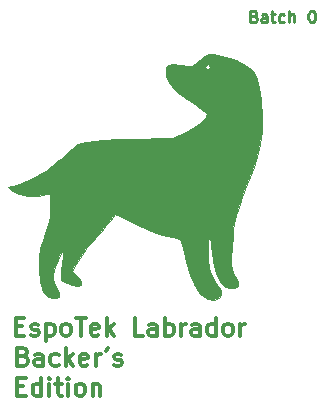
<source format=gbr>
G04 #@! TF.FileFunction,Legend,Bot*
%FSLAX46Y46*%
G04 Gerber Fmt 4.6, Leading zero omitted, Abs format (unit mm)*
G04 Created by KiCad (PCBNEW 4.0.4-stable) date 11/23/16 17:15:38*
%MOMM*%
%LPD*%
G01*
G04 APERTURE LIST*
%ADD10C,0.100000*%
%ADD11C,0.250000*%
%ADD12C,0.300000*%
%ADD13C,0.010000*%
G04 APERTURE END LIST*
D10*
D11*
X96985438Y-99801371D02*
X97128295Y-99848990D01*
X97175914Y-99896610D01*
X97223533Y-99991848D01*
X97223533Y-100134705D01*
X97175914Y-100229943D01*
X97128295Y-100277562D01*
X97033057Y-100325181D01*
X96652104Y-100325181D01*
X96652104Y-99325181D01*
X96985438Y-99325181D01*
X97080676Y-99372800D01*
X97128295Y-99420419D01*
X97175914Y-99515657D01*
X97175914Y-99610895D01*
X97128295Y-99706133D01*
X97080676Y-99753752D01*
X96985438Y-99801371D01*
X96652104Y-99801371D01*
X98080676Y-100325181D02*
X98080676Y-99801371D01*
X98033057Y-99706133D01*
X97937819Y-99658514D01*
X97747342Y-99658514D01*
X97652104Y-99706133D01*
X98080676Y-100277562D02*
X97985438Y-100325181D01*
X97747342Y-100325181D01*
X97652104Y-100277562D01*
X97604485Y-100182324D01*
X97604485Y-100087086D01*
X97652104Y-99991848D01*
X97747342Y-99944229D01*
X97985438Y-99944229D01*
X98080676Y-99896610D01*
X98414009Y-99658514D02*
X98794961Y-99658514D01*
X98556866Y-99325181D02*
X98556866Y-100182324D01*
X98604485Y-100277562D01*
X98699723Y-100325181D01*
X98794961Y-100325181D01*
X99556867Y-100277562D02*
X99461629Y-100325181D01*
X99271152Y-100325181D01*
X99175914Y-100277562D01*
X99128295Y-100229943D01*
X99080676Y-100134705D01*
X99080676Y-99848990D01*
X99128295Y-99753752D01*
X99175914Y-99706133D01*
X99271152Y-99658514D01*
X99461629Y-99658514D01*
X99556867Y-99706133D01*
X99985438Y-100325181D02*
X99985438Y-99325181D01*
X100414010Y-100325181D02*
X100414010Y-99801371D01*
X100366391Y-99706133D01*
X100271153Y-99658514D01*
X100128295Y-99658514D01*
X100033057Y-99706133D01*
X99985438Y-99753752D01*
X101842581Y-99325181D02*
X101937820Y-99325181D01*
X102033058Y-99372800D01*
X102080677Y-99420419D01*
X102128296Y-99515657D01*
X102175915Y-99706133D01*
X102175915Y-99944229D01*
X102128296Y-100134705D01*
X102080677Y-100229943D01*
X102033058Y-100277562D01*
X101937820Y-100325181D01*
X101842581Y-100325181D01*
X101747343Y-100277562D01*
X101699724Y-100229943D01*
X101652105Y-100134705D01*
X101604486Y-99944229D01*
X101604486Y-99706133D01*
X101652105Y-99515657D01*
X101699724Y-99420419D01*
X101747343Y-99372800D01*
X101842581Y-99325181D01*
D12*
X76967200Y-131134657D02*
X77467200Y-131134657D01*
X77681486Y-131920371D02*
X76967200Y-131920371D01*
X76967200Y-130420371D01*
X77681486Y-130420371D01*
X78967200Y-131920371D02*
X78967200Y-130420371D01*
X78967200Y-131848943D02*
X78824343Y-131920371D01*
X78538629Y-131920371D01*
X78395771Y-131848943D01*
X78324343Y-131777514D01*
X78252914Y-131634657D01*
X78252914Y-131206086D01*
X78324343Y-131063229D01*
X78395771Y-130991800D01*
X78538629Y-130920371D01*
X78824343Y-130920371D01*
X78967200Y-130991800D01*
X79681486Y-131920371D02*
X79681486Y-130920371D01*
X79681486Y-130420371D02*
X79610057Y-130491800D01*
X79681486Y-130563229D01*
X79752914Y-130491800D01*
X79681486Y-130420371D01*
X79681486Y-130563229D01*
X80181486Y-130920371D02*
X80752915Y-130920371D01*
X80395772Y-130420371D02*
X80395772Y-131706086D01*
X80467200Y-131848943D01*
X80610058Y-131920371D01*
X80752915Y-131920371D01*
X81252915Y-131920371D02*
X81252915Y-130920371D01*
X81252915Y-130420371D02*
X81181486Y-130491800D01*
X81252915Y-130563229D01*
X81324343Y-130491800D01*
X81252915Y-130420371D01*
X81252915Y-130563229D01*
X82181487Y-131920371D02*
X82038629Y-131848943D01*
X81967201Y-131777514D01*
X81895772Y-131634657D01*
X81895772Y-131206086D01*
X81967201Y-131063229D01*
X82038629Y-130991800D01*
X82181487Y-130920371D01*
X82395772Y-130920371D01*
X82538629Y-130991800D01*
X82610058Y-131063229D01*
X82681487Y-131206086D01*
X82681487Y-131634657D01*
X82610058Y-131777514D01*
X82538629Y-131848943D01*
X82395772Y-131920371D01*
X82181487Y-131920371D01*
X83324344Y-130920371D02*
X83324344Y-131920371D01*
X83324344Y-131063229D02*
X83395772Y-130991800D01*
X83538630Y-130920371D01*
X83752915Y-130920371D01*
X83895772Y-130991800D01*
X83967201Y-131134657D01*
X83967201Y-131920371D01*
X77463343Y-128594657D02*
X77677629Y-128666086D01*
X77749057Y-128737514D01*
X77820486Y-128880371D01*
X77820486Y-129094657D01*
X77749057Y-129237514D01*
X77677629Y-129308943D01*
X77534771Y-129380371D01*
X76963343Y-129380371D01*
X76963343Y-127880371D01*
X77463343Y-127880371D01*
X77606200Y-127951800D01*
X77677629Y-128023229D01*
X77749057Y-128166086D01*
X77749057Y-128308943D01*
X77677629Y-128451800D01*
X77606200Y-128523229D01*
X77463343Y-128594657D01*
X76963343Y-128594657D01*
X79106200Y-129380371D02*
X79106200Y-128594657D01*
X79034771Y-128451800D01*
X78891914Y-128380371D01*
X78606200Y-128380371D01*
X78463343Y-128451800D01*
X79106200Y-129308943D02*
X78963343Y-129380371D01*
X78606200Y-129380371D01*
X78463343Y-129308943D01*
X78391914Y-129166086D01*
X78391914Y-129023229D01*
X78463343Y-128880371D01*
X78606200Y-128808943D01*
X78963343Y-128808943D01*
X79106200Y-128737514D01*
X80463343Y-129308943D02*
X80320486Y-129380371D01*
X80034772Y-129380371D01*
X79891914Y-129308943D01*
X79820486Y-129237514D01*
X79749057Y-129094657D01*
X79749057Y-128666086D01*
X79820486Y-128523229D01*
X79891914Y-128451800D01*
X80034772Y-128380371D01*
X80320486Y-128380371D01*
X80463343Y-128451800D01*
X81106200Y-129380371D02*
X81106200Y-127880371D01*
X81249057Y-128808943D02*
X81677628Y-129380371D01*
X81677628Y-128380371D02*
X81106200Y-128951800D01*
X82891914Y-129308943D02*
X82749057Y-129380371D01*
X82463343Y-129380371D01*
X82320486Y-129308943D01*
X82249057Y-129166086D01*
X82249057Y-128594657D01*
X82320486Y-128451800D01*
X82463343Y-128380371D01*
X82749057Y-128380371D01*
X82891914Y-128451800D01*
X82963343Y-128594657D01*
X82963343Y-128737514D01*
X82249057Y-128880371D01*
X83606200Y-129380371D02*
X83606200Y-128380371D01*
X83606200Y-128666086D02*
X83677628Y-128523229D01*
X83749057Y-128451800D01*
X83891914Y-128380371D01*
X84034771Y-128380371D01*
X84606199Y-127880371D02*
X84463342Y-128166086D01*
X85177628Y-129308943D02*
X85320485Y-129380371D01*
X85606200Y-129380371D01*
X85749057Y-129308943D01*
X85820485Y-129166086D01*
X85820485Y-129094657D01*
X85749057Y-128951800D01*
X85606200Y-128880371D01*
X85391914Y-128880371D01*
X85249057Y-128808943D01*
X85177628Y-128666086D01*
X85177628Y-128594657D01*
X85249057Y-128451800D01*
X85391914Y-128380371D01*
X85606200Y-128380371D01*
X85749057Y-128451800D01*
X76829057Y-126054657D02*
X77329057Y-126054657D01*
X77543343Y-126840371D02*
X76829057Y-126840371D01*
X76829057Y-125340371D01*
X77543343Y-125340371D01*
X78114771Y-126768943D02*
X78257628Y-126840371D01*
X78543343Y-126840371D01*
X78686200Y-126768943D01*
X78757628Y-126626086D01*
X78757628Y-126554657D01*
X78686200Y-126411800D01*
X78543343Y-126340371D01*
X78329057Y-126340371D01*
X78186200Y-126268943D01*
X78114771Y-126126086D01*
X78114771Y-126054657D01*
X78186200Y-125911800D01*
X78329057Y-125840371D01*
X78543343Y-125840371D01*
X78686200Y-125911800D01*
X79400486Y-125840371D02*
X79400486Y-127340371D01*
X79400486Y-125911800D02*
X79543343Y-125840371D01*
X79829057Y-125840371D01*
X79971914Y-125911800D01*
X80043343Y-125983229D01*
X80114772Y-126126086D01*
X80114772Y-126554657D01*
X80043343Y-126697514D01*
X79971914Y-126768943D01*
X79829057Y-126840371D01*
X79543343Y-126840371D01*
X79400486Y-126768943D01*
X80971915Y-126840371D02*
X80829057Y-126768943D01*
X80757629Y-126697514D01*
X80686200Y-126554657D01*
X80686200Y-126126086D01*
X80757629Y-125983229D01*
X80829057Y-125911800D01*
X80971915Y-125840371D01*
X81186200Y-125840371D01*
X81329057Y-125911800D01*
X81400486Y-125983229D01*
X81471915Y-126126086D01*
X81471915Y-126554657D01*
X81400486Y-126697514D01*
X81329057Y-126768943D01*
X81186200Y-126840371D01*
X80971915Y-126840371D01*
X81900486Y-125340371D02*
X82757629Y-125340371D01*
X82329058Y-126840371D02*
X82329058Y-125340371D01*
X83829057Y-126768943D02*
X83686200Y-126840371D01*
X83400486Y-126840371D01*
X83257629Y-126768943D01*
X83186200Y-126626086D01*
X83186200Y-126054657D01*
X83257629Y-125911800D01*
X83400486Y-125840371D01*
X83686200Y-125840371D01*
X83829057Y-125911800D01*
X83900486Y-126054657D01*
X83900486Y-126197514D01*
X83186200Y-126340371D01*
X84543343Y-126840371D02*
X84543343Y-125340371D01*
X84686200Y-126268943D02*
X85114771Y-126840371D01*
X85114771Y-125840371D02*
X84543343Y-126411800D01*
X87614772Y-126840371D02*
X86900486Y-126840371D01*
X86900486Y-125340371D01*
X88757629Y-126840371D02*
X88757629Y-126054657D01*
X88686200Y-125911800D01*
X88543343Y-125840371D01*
X88257629Y-125840371D01*
X88114772Y-125911800D01*
X88757629Y-126768943D02*
X88614772Y-126840371D01*
X88257629Y-126840371D01*
X88114772Y-126768943D01*
X88043343Y-126626086D01*
X88043343Y-126483229D01*
X88114772Y-126340371D01*
X88257629Y-126268943D01*
X88614772Y-126268943D01*
X88757629Y-126197514D01*
X89471915Y-126840371D02*
X89471915Y-125340371D01*
X89471915Y-125911800D02*
X89614772Y-125840371D01*
X89900486Y-125840371D01*
X90043343Y-125911800D01*
X90114772Y-125983229D01*
X90186201Y-126126086D01*
X90186201Y-126554657D01*
X90114772Y-126697514D01*
X90043343Y-126768943D01*
X89900486Y-126840371D01*
X89614772Y-126840371D01*
X89471915Y-126768943D01*
X90829058Y-126840371D02*
X90829058Y-125840371D01*
X90829058Y-126126086D02*
X90900486Y-125983229D01*
X90971915Y-125911800D01*
X91114772Y-125840371D01*
X91257629Y-125840371D01*
X92400486Y-126840371D02*
X92400486Y-126054657D01*
X92329057Y-125911800D01*
X92186200Y-125840371D01*
X91900486Y-125840371D01*
X91757629Y-125911800D01*
X92400486Y-126768943D02*
X92257629Y-126840371D01*
X91900486Y-126840371D01*
X91757629Y-126768943D01*
X91686200Y-126626086D01*
X91686200Y-126483229D01*
X91757629Y-126340371D01*
X91900486Y-126268943D01*
X92257629Y-126268943D01*
X92400486Y-126197514D01*
X93757629Y-126840371D02*
X93757629Y-125340371D01*
X93757629Y-126768943D02*
X93614772Y-126840371D01*
X93329058Y-126840371D01*
X93186200Y-126768943D01*
X93114772Y-126697514D01*
X93043343Y-126554657D01*
X93043343Y-126126086D01*
X93114772Y-125983229D01*
X93186200Y-125911800D01*
X93329058Y-125840371D01*
X93614772Y-125840371D01*
X93757629Y-125911800D01*
X94686201Y-126840371D02*
X94543343Y-126768943D01*
X94471915Y-126697514D01*
X94400486Y-126554657D01*
X94400486Y-126126086D01*
X94471915Y-125983229D01*
X94543343Y-125911800D01*
X94686201Y-125840371D01*
X94900486Y-125840371D01*
X95043343Y-125911800D01*
X95114772Y-125983229D01*
X95186201Y-126126086D01*
X95186201Y-126554657D01*
X95114772Y-126697514D01*
X95043343Y-126768943D01*
X94900486Y-126840371D01*
X94686201Y-126840371D01*
X95829058Y-126840371D02*
X95829058Y-125840371D01*
X95829058Y-126126086D02*
X95900486Y-125983229D01*
X95971915Y-125911800D01*
X96114772Y-125840371D01*
X96257629Y-125840371D01*
D13*
G36*
X93882956Y-103050215D02*
X94658703Y-103230806D01*
X95465333Y-103540380D01*
X96206901Y-103930122D01*
X96787461Y-104351218D01*
X97066854Y-104670113D01*
X97261997Y-105147664D01*
X97444505Y-105888604D01*
X97596590Y-106819939D01*
X97603192Y-106871095D01*
X97702993Y-108246578D01*
X97636267Y-109608830D01*
X97391348Y-111029524D01*
X96956573Y-112580332D01*
X96437992Y-114031109D01*
X96021802Y-115122505D01*
X95712463Y-115976875D01*
X95491627Y-116669454D01*
X95340946Y-117275478D01*
X95242071Y-117870180D01*
X95176653Y-118528795D01*
X95126346Y-119326557D01*
X95120572Y-119432992D01*
X95080255Y-120266776D01*
X95071332Y-120839410D01*
X95102252Y-121225383D01*
X95181462Y-121499185D01*
X95317412Y-121735307D01*
X95393753Y-121841552D01*
X95657127Y-122321549D01*
X95623731Y-122644990D01*
X95294586Y-122809241D01*
X95009692Y-122830867D01*
X94509362Y-122741918D01*
X94173352Y-122431295D01*
X94162465Y-122414900D01*
X93945835Y-121950388D01*
X93730952Y-121271078D01*
X93547298Y-120497448D01*
X93424355Y-119749980D01*
X93389540Y-119256364D01*
X93348310Y-118850796D01*
X93249197Y-118635903D01*
X93218841Y-118625569D01*
X93113643Y-118777273D01*
X93061596Y-119175620D01*
X93060195Y-119735468D01*
X93106936Y-120371673D01*
X93199313Y-120999091D01*
X93301271Y-121427054D01*
X93511870Y-121978257D01*
X93765256Y-122429861D01*
X93890013Y-122577032D01*
X94208914Y-123005298D01*
X94238428Y-123386942D01*
X94025522Y-123668381D01*
X93617161Y-123796032D01*
X93060311Y-123716310D01*
X92932381Y-123669611D01*
X92447906Y-123310693D01*
X91988977Y-122656294D01*
X91575428Y-121747310D01*
X91227096Y-120624635D01*
X91038568Y-119765197D01*
X90919662Y-119167530D01*
X90807417Y-118821068D01*
X90648528Y-118645980D01*
X90389694Y-118562435D01*
X90214825Y-118531496D01*
X89584906Y-118403680D01*
X88953783Y-118220166D01*
X88237129Y-117950927D01*
X87350616Y-117565935D01*
X86826788Y-117325061D01*
X85228775Y-116581227D01*
X84808245Y-117120925D01*
X84496287Y-117503105D01*
X84044310Y-118034927D01*
X83537692Y-118616274D01*
X83412433Y-118757697D01*
X82896992Y-119367983D01*
X82414190Y-119991785D01*
X82053804Y-120512031D01*
X82002823Y-120595895D01*
X81568496Y-121337020D01*
X82043420Y-121832734D01*
X82337913Y-122191732D01*
X82387437Y-122425451D01*
X82322999Y-122523796D01*
X82039037Y-122606495D01*
X81596774Y-122558125D01*
X81129881Y-122414752D01*
X80772028Y-122212442D01*
X80664723Y-122076378D01*
X80642623Y-121797264D01*
X80673757Y-121301736D01*
X80739263Y-120782152D01*
X80815598Y-120225852D01*
X80854253Y-119820055D01*
X80848541Y-119660593D01*
X80740683Y-119739443D01*
X80564641Y-120045657D01*
X80361155Y-120488296D01*
X80170963Y-120976421D01*
X80034805Y-121419093D01*
X80010037Y-121532342D01*
X79982741Y-122084669D01*
X80164765Y-122604347D01*
X80250257Y-122756968D01*
X80484734Y-123250294D01*
X80469567Y-123541915D01*
X80197333Y-123663601D01*
X80036429Y-123671927D01*
X79518025Y-123556617D01*
X79162696Y-123190642D01*
X78945513Y-122543936D01*
X78906102Y-122308741D01*
X78783631Y-121187375D01*
X78781340Y-120268559D01*
X78909528Y-119436867D01*
X79178495Y-118576878D01*
X79257252Y-118373251D01*
X79557399Y-117520692D01*
X79713760Y-116780506D01*
X79761680Y-115980300D01*
X79761888Y-115911803D01*
X79753743Y-115294482D01*
X79717798Y-114950811D01*
X79636784Y-114818182D01*
X79493436Y-114833987D01*
X79467517Y-114844435D01*
X78705984Y-115038062D01*
X77874750Y-115050461D01*
X77099830Y-114892290D01*
X76533787Y-114596336D01*
X76150792Y-114286204D01*
X76905015Y-114085505D01*
X78116949Y-113626210D01*
X79347151Y-112910123D01*
X80497119Y-111995961D01*
X80646192Y-111855430D01*
X81142511Y-111380749D01*
X81558673Y-111014468D01*
X81948106Y-110741411D01*
X82364243Y-110546402D01*
X82860515Y-110414263D01*
X83490352Y-110329818D01*
X84307186Y-110277889D01*
X85364448Y-110243301D01*
X86410466Y-110218124D01*
X90115336Y-110130867D01*
X91210430Y-109591424D01*
X91822580Y-109257937D01*
X92363000Y-108908114D01*
X92705743Y-108625968D01*
X92962049Y-108325270D01*
X92998331Y-108127561D01*
X92833746Y-107899246D01*
X92813218Y-107876478D01*
X92526006Y-107633668D01*
X92044162Y-107297534D01*
X91467558Y-106937384D01*
X91417762Y-106908110D01*
X90483228Y-106251160D01*
X89856413Y-105558574D01*
X89549129Y-104845106D01*
X89518179Y-104535547D01*
X89567072Y-104135966D01*
X89619573Y-104075238D01*
X92882418Y-104075238D01*
X92967768Y-104284590D01*
X93063245Y-104295315D01*
X93237036Y-104121656D01*
X93244073Y-104075238D01*
X93113117Y-103878004D01*
X93063245Y-103855161D01*
X92909863Y-103936360D01*
X92882418Y-104075238D01*
X89619573Y-104075238D01*
X89752891Y-103921029D01*
X90134346Y-103865412D01*
X90770150Y-103943792D01*
X90855026Y-103958941D01*
X91372731Y-104037885D01*
X91719304Y-104010865D01*
X92041937Y-103837803D01*
X92424467Y-103531598D01*
X92866285Y-103189929D01*
X93209055Y-103034234D01*
X93596129Y-103017198D01*
X93882956Y-103050215D01*
X93882956Y-103050215D01*
G37*
X93882956Y-103050215D02*
X94658703Y-103230806D01*
X95465333Y-103540380D01*
X96206901Y-103930122D01*
X96787461Y-104351218D01*
X97066854Y-104670113D01*
X97261997Y-105147664D01*
X97444505Y-105888604D01*
X97596590Y-106819939D01*
X97603192Y-106871095D01*
X97702993Y-108246578D01*
X97636267Y-109608830D01*
X97391348Y-111029524D01*
X96956573Y-112580332D01*
X96437992Y-114031109D01*
X96021802Y-115122505D01*
X95712463Y-115976875D01*
X95491627Y-116669454D01*
X95340946Y-117275478D01*
X95242071Y-117870180D01*
X95176653Y-118528795D01*
X95126346Y-119326557D01*
X95120572Y-119432992D01*
X95080255Y-120266776D01*
X95071332Y-120839410D01*
X95102252Y-121225383D01*
X95181462Y-121499185D01*
X95317412Y-121735307D01*
X95393753Y-121841552D01*
X95657127Y-122321549D01*
X95623731Y-122644990D01*
X95294586Y-122809241D01*
X95009692Y-122830867D01*
X94509362Y-122741918D01*
X94173352Y-122431295D01*
X94162465Y-122414900D01*
X93945835Y-121950388D01*
X93730952Y-121271078D01*
X93547298Y-120497448D01*
X93424355Y-119749980D01*
X93389540Y-119256364D01*
X93348310Y-118850796D01*
X93249197Y-118635903D01*
X93218841Y-118625569D01*
X93113643Y-118777273D01*
X93061596Y-119175620D01*
X93060195Y-119735468D01*
X93106936Y-120371673D01*
X93199313Y-120999091D01*
X93301271Y-121427054D01*
X93511870Y-121978257D01*
X93765256Y-122429861D01*
X93890013Y-122577032D01*
X94208914Y-123005298D01*
X94238428Y-123386942D01*
X94025522Y-123668381D01*
X93617161Y-123796032D01*
X93060311Y-123716310D01*
X92932381Y-123669611D01*
X92447906Y-123310693D01*
X91988977Y-122656294D01*
X91575428Y-121747310D01*
X91227096Y-120624635D01*
X91038568Y-119765197D01*
X90919662Y-119167530D01*
X90807417Y-118821068D01*
X90648528Y-118645980D01*
X90389694Y-118562435D01*
X90214825Y-118531496D01*
X89584906Y-118403680D01*
X88953783Y-118220166D01*
X88237129Y-117950927D01*
X87350616Y-117565935D01*
X86826788Y-117325061D01*
X85228775Y-116581227D01*
X84808245Y-117120925D01*
X84496287Y-117503105D01*
X84044310Y-118034927D01*
X83537692Y-118616274D01*
X83412433Y-118757697D01*
X82896992Y-119367983D01*
X82414190Y-119991785D01*
X82053804Y-120512031D01*
X82002823Y-120595895D01*
X81568496Y-121337020D01*
X82043420Y-121832734D01*
X82337913Y-122191732D01*
X82387437Y-122425451D01*
X82322999Y-122523796D01*
X82039037Y-122606495D01*
X81596774Y-122558125D01*
X81129881Y-122414752D01*
X80772028Y-122212442D01*
X80664723Y-122076378D01*
X80642623Y-121797264D01*
X80673757Y-121301736D01*
X80739263Y-120782152D01*
X80815598Y-120225852D01*
X80854253Y-119820055D01*
X80848541Y-119660593D01*
X80740683Y-119739443D01*
X80564641Y-120045657D01*
X80361155Y-120488296D01*
X80170963Y-120976421D01*
X80034805Y-121419093D01*
X80010037Y-121532342D01*
X79982741Y-122084669D01*
X80164765Y-122604347D01*
X80250257Y-122756968D01*
X80484734Y-123250294D01*
X80469567Y-123541915D01*
X80197333Y-123663601D01*
X80036429Y-123671927D01*
X79518025Y-123556617D01*
X79162696Y-123190642D01*
X78945513Y-122543936D01*
X78906102Y-122308741D01*
X78783631Y-121187375D01*
X78781340Y-120268559D01*
X78909528Y-119436867D01*
X79178495Y-118576878D01*
X79257252Y-118373251D01*
X79557399Y-117520692D01*
X79713760Y-116780506D01*
X79761680Y-115980300D01*
X79761888Y-115911803D01*
X79753743Y-115294482D01*
X79717798Y-114950811D01*
X79636784Y-114818182D01*
X79493436Y-114833987D01*
X79467517Y-114844435D01*
X78705984Y-115038062D01*
X77874750Y-115050461D01*
X77099830Y-114892290D01*
X76533787Y-114596336D01*
X76150792Y-114286204D01*
X76905015Y-114085505D01*
X78116949Y-113626210D01*
X79347151Y-112910123D01*
X80497119Y-111995961D01*
X80646192Y-111855430D01*
X81142511Y-111380749D01*
X81558673Y-111014468D01*
X81948106Y-110741411D01*
X82364243Y-110546402D01*
X82860515Y-110414263D01*
X83490352Y-110329818D01*
X84307186Y-110277889D01*
X85364448Y-110243301D01*
X86410466Y-110218124D01*
X90115336Y-110130867D01*
X91210430Y-109591424D01*
X91822580Y-109257937D01*
X92363000Y-108908114D01*
X92705743Y-108625968D01*
X92962049Y-108325270D01*
X92998331Y-108127561D01*
X92833746Y-107899246D01*
X92813218Y-107876478D01*
X92526006Y-107633668D01*
X92044162Y-107297534D01*
X91467558Y-106937384D01*
X91417762Y-106908110D01*
X90483228Y-106251160D01*
X89856413Y-105558574D01*
X89549129Y-104845106D01*
X89518179Y-104535547D01*
X89567072Y-104135966D01*
X89619573Y-104075238D01*
X92882418Y-104075238D01*
X92967768Y-104284590D01*
X93063245Y-104295315D01*
X93237036Y-104121656D01*
X93244073Y-104075238D01*
X93113117Y-103878004D01*
X93063245Y-103855161D01*
X92909863Y-103936360D01*
X92882418Y-104075238D01*
X89619573Y-104075238D01*
X89752891Y-103921029D01*
X90134346Y-103865412D01*
X90770150Y-103943792D01*
X90855026Y-103958941D01*
X91372731Y-104037885D01*
X91719304Y-104010865D01*
X92041937Y-103837803D01*
X92424467Y-103531598D01*
X92866285Y-103189929D01*
X93209055Y-103034234D01*
X93596129Y-103017198D01*
X93882956Y-103050215D01*
M02*

</source>
